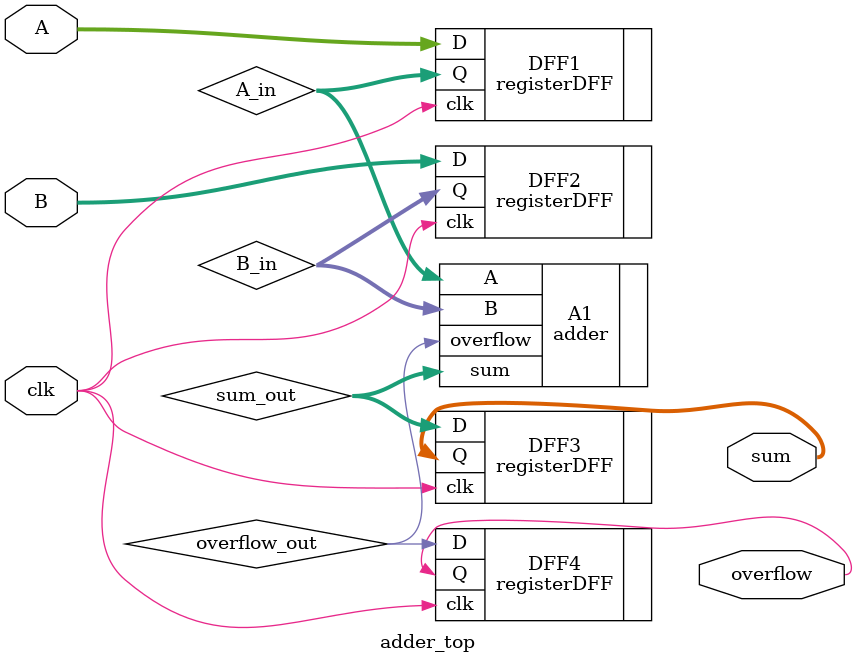
<source format=v>
module adder_top (
	input 		  clk,
	input  [24:0] A,
	input  [24:0] B,
	output [24:0] sum,
	output        overflow
);
	
wire [24:0]	A_in;
wire [24:0]	B_in;
wire [24:0] sum_out;
wire        overflow_out;

registerDFF #(.WIDTH(25)) DFF1(.clk(clk), .D(A),            .Q(A_in) 	);
registerDFF #(.WIDTH(25)) DFF2(.clk(clk), .D(B),            .Q(B_in) 	);
registerDFF #(.WIDTH(25)) DFF3(.clk(clk), .D(sum_out),      .Q(sum)	 	);
registerDFF #(.WIDTH(1))  DFF4(.clk(clk), .D(overflow_out), .Q(overflow));
//(* keep_hierarchy = "yes" *) Apply this if implementing on an FPGA to meet any timing constraints. 
adder A1(.A(A_in), .B(B_in), .sum(sum_out), .overflow(overflow_out));


endmodule

</source>
